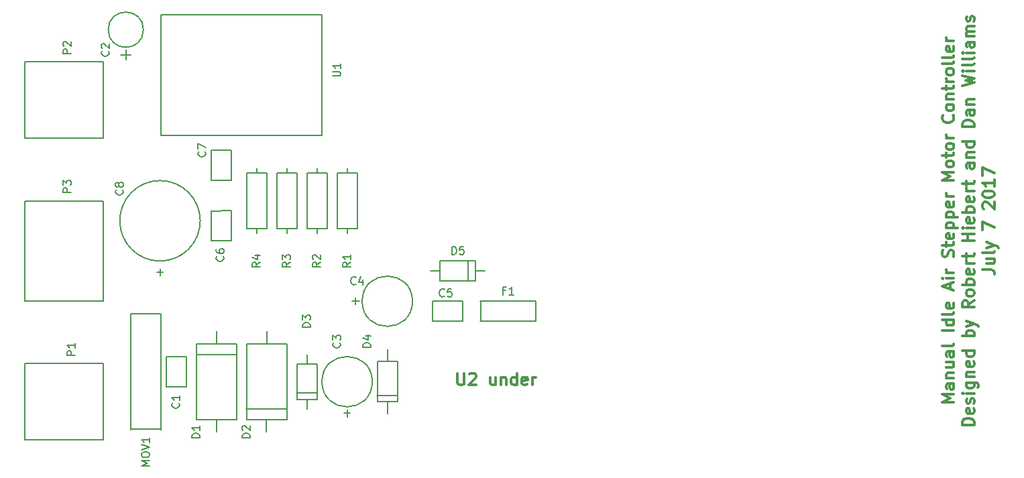
<source format=gbr>
G04 #@! TF.FileFunction,Legend,Top*
%FSLAX46Y46*%
G04 Gerber Fmt 4.6, Leading zero omitted, Abs format (unit mm)*
G04 Created by KiCad (PCBNEW 4.0.4-stable) date 07/19/17 07:42:17*
%MOMM*%
%LPD*%
G01*
G04 APERTURE LIST*
%ADD10C,0.100000*%
%ADD11C,0.300000*%
%ADD12C,0.150000*%
G04 APERTURE END LIST*
D10*
D11*
X158718858Y-99254571D02*
X158718858Y-100468857D01*
X158790286Y-100611714D01*
X158861715Y-100683143D01*
X159004572Y-100754571D01*
X159290286Y-100754571D01*
X159433144Y-100683143D01*
X159504572Y-100611714D01*
X159576001Y-100468857D01*
X159576001Y-99254571D01*
X160218858Y-99397429D02*
X160290287Y-99326000D01*
X160433144Y-99254571D01*
X160790287Y-99254571D01*
X160933144Y-99326000D01*
X161004573Y-99397429D01*
X161076001Y-99540286D01*
X161076001Y-99683143D01*
X161004573Y-99897429D01*
X160147430Y-100754571D01*
X161076001Y-100754571D01*
X163504572Y-99754571D02*
X163504572Y-100754571D01*
X162861715Y-99754571D02*
X162861715Y-100540286D01*
X162933143Y-100683143D01*
X163076001Y-100754571D01*
X163290286Y-100754571D01*
X163433143Y-100683143D01*
X163504572Y-100611714D01*
X164218858Y-99754571D02*
X164218858Y-100754571D01*
X164218858Y-99897429D02*
X164290286Y-99826000D01*
X164433144Y-99754571D01*
X164647429Y-99754571D01*
X164790286Y-99826000D01*
X164861715Y-99968857D01*
X164861715Y-100754571D01*
X166218858Y-100754571D02*
X166218858Y-99254571D01*
X166218858Y-100683143D02*
X166076001Y-100754571D01*
X165790287Y-100754571D01*
X165647429Y-100683143D01*
X165576001Y-100611714D01*
X165504572Y-100468857D01*
X165504572Y-100040286D01*
X165576001Y-99897429D01*
X165647429Y-99826000D01*
X165790287Y-99754571D01*
X166076001Y-99754571D01*
X166218858Y-99826000D01*
X167504572Y-100683143D02*
X167361715Y-100754571D01*
X167076001Y-100754571D01*
X166933144Y-100683143D01*
X166861715Y-100540286D01*
X166861715Y-99968857D01*
X166933144Y-99826000D01*
X167076001Y-99754571D01*
X167361715Y-99754571D01*
X167504572Y-99826000D01*
X167576001Y-99968857D01*
X167576001Y-100111714D01*
X166861715Y-100254571D01*
X168218858Y-100754571D02*
X168218858Y-99754571D01*
X168218858Y-100040286D02*
X168290286Y-99897429D01*
X168361715Y-99826000D01*
X168504572Y-99754571D01*
X168647429Y-99754571D01*
X221394571Y-102938570D02*
X219894571Y-102938570D01*
X220966000Y-102438570D01*
X219894571Y-101938570D01*
X221394571Y-101938570D01*
X221394571Y-100581427D02*
X220608857Y-100581427D01*
X220466000Y-100652856D01*
X220394571Y-100795713D01*
X220394571Y-101081427D01*
X220466000Y-101224284D01*
X221323143Y-100581427D02*
X221394571Y-100724284D01*
X221394571Y-101081427D01*
X221323143Y-101224284D01*
X221180286Y-101295713D01*
X221037429Y-101295713D01*
X220894571Y-101224284D01*
X220823143Y-101081427D01*
X220823143Y-100724284D01*
X220751714Y-100581427D01*
X220394571Y-99867141D02*
X221394571Y-99867141D01*
X220537429Y-99867141D02*
X220466000Y-99795713D01*
X220394571Y-99652855D01*
X220394571Y-99438570D01*
X220466000Y-99295713D01*
X220608857Y-99224284D01*
X221394571Y-99224284D01*
X220394571Y-97867141D02*
X221394571Y-97867141D01*
X220394571Y-98509998D02*
X221180286Y-98509998D01*
X221323143Y-98438570D01*
X221394571Y-98295712D01*
X221394571Y-98081427D01*
X221323143Y-97938570D01*
X221251714Y-97867141D01*
X221394571Y-96509998D02*
X220608857Y-96509998D01*
X220466000Y-96581427D01*
X220394571Y-96724284D01*
X220394571Y-97009998D01*
X220466000Y-97152855D01*
X221323143Y-96509998D02*
X221394571Y-96652855D01*
X221394571Y-97009998D01*
X221323143Y-97152855D01*
X221180286Y-97224284D01*
X221037429Y-97224284D01*
X220894571Y-97152855D01*
X220823143Y-97009998D01*
X220823143Y-96652855D01*
X220751714Y-96509998D01*
X221394571Y-95581426D02*
X221323143Y-95724284D01*
X221180286Y-95795712D01*
X219894571Y-95795712D01*
X221394571Y-93867141D02*
X219894571Y-93867141D01*
X221394571Y-92509998D02*
X219894571Y-92509998D01*
X221323143Y-92509998D02*
X221394571Y-92652855D01*
X221394571Y-92938569D01*
X221323143Y-93081427D01*
X221251714Y-93152855D01*
X221108857Y-93224284D01*
X220680286Y-93224284D01*
X220537429Y-93152855D01*
X220466000Y-93081427D01*
X220394571Y-92938569D01*
X220394571Y-92652855D01*
X220466000Y-92509998D01*
X221394571Y-91581426D02*
X221323143Y-91724284D01*
X221180286Y-91795712D01*
X219894571Y-91795712D01*
X221323143Y-90438570D02*
X221394571Y-90581427D01*
X221394571Y-90867141D01*
X221323143Y-91009998D01*
X221180286Y-91081427D01*
X220608857Y-91081427D01*
X220466000Y-91009998D01*
X220394571Y-90867141D01*
X220394571Y-90581427D01*
X220466000Y-90438570D01*
X220608857Y-90367141D01*
X220751714Y-90367141D01*
X220894571Y-91081427D01*
X220966000Y-88652856D02*
X220966000Y-87938570D01*
X221394571Y-88795713D02*
X219894571Y-88295713D01*
X221394571Y-87795713D01*
X221394571Y-87295713D02*
X220394571Y-87295713D01*
X219894571Y-87295713D02*
X219966000Y-87367142D01*
X220037429Y-87295713D01*
X219966000Y-87224285D01*
X219894571Y-87295713D01*
X220037429Y-87295713D01*
X221394571Y-86581427D02*
X220394571Y-86581427D01*
X220680286Y-86581427D02*
X220537429Y-86509999D01*
X220466000Y-86438570D01*
X220394571Y-86295713D01*
X220394571Y-86152856D01*
X221323143Y-84581428D02*
X221394571Y-84367142D01*
X221394571Y-84009999D01*
X221323143Y-83867142D01*
X221251714Y-83795713D01*
X221108857Y-83724285D01*
X220966000Y-83724285D01*
X220823143Y-83795713D01*
X220751714Y-83867142D01*
X220680286Y-84009999D01*
X220608857Y-84295713D01*
X220537429Y-84438571D01*
X220466000Y-84509999D01*
X220323143Y-84581428D01*
X220180286Y-84581428D01*
X220037429Y-84509999D01*
X219966000Y-84438571D01*
X219894571Y-84295713D01*
X219894571Y-83938571D01*
X219966000Y-83724285D01*
X220394571Y-83295714D02*
X220394571Y-82724285D01*
X219894571Y-83081428D02*
X221180286Y-83081428D01*
X221323143Y-83010000D01*
X221394571Y-82867142D01*
X221394571Y-82724285D01*
X221323143Y-81652857D02*
X221394571Y-81795714D01*
X221394571Y-82081428D01*
X221323143Y-82224285D01*
X221180286Y-82295714D01*
X220608857Y-82295714D01*
X220466000Y-82224285D01*
X220394571Y-82081428D01*
X220394571Y-81795714D01*
X220466000Y-81652857D01*
X220608857Y-81581428D01*
X220751714Y-81581428D01*
X220894571Y-82295714D01*
X220394571Y-80938571D02*
X221894571Y-80938571D01*
X220466000Y-80938571D02*
X220394571Y-80795714D01*
X220394571Y-80510000D01*
X220466000Y-80367143D01*
X220537429Y-80295714D01*
X220680286Y-80224285D01*
X221108857Y-80224285D01*
X221251714Y-80295714D01*
X221323143Y-80367143D01*
X221394571Y-80510000D01*
X221394571Y-80795714D01*
X221323143Y-80938571D01*
X220394571Y-79581428D02*
X221894571Y-79581428D01*
X220466000Y-79581428D02*
X220394571Y-79438571D01*
X220394571Y-79152857D01*
X220466000Y-79010000D01*
X220537429Y-78938571D01*
X220680286Y-78867142D01*
X221108857Y-78867142D01*
X221251714Y-78938571D01*
X221323143Y-79010000D01*
X221394571Y-79152857D01*
X221394571Y-79438571D01*
X221323143Y-79581428D01*
X221323143Y-77652857D02*
X221394571Y-77795714D01*
X221394571Y-78081428D01*
X221323143Y-78224285D01*
X221180286Y-78295714D01*
X220608857Y-78295714D01*
X220466000Y-78224285D01*
X220394571Y-78081428D01*
X220394571Y-77795714D01*
X220466000Y-77652857D01*
X220608857Y-77581428D01*
X220751714Y-77581428D01*
X220894571Y-78295714D01*
X221394571Y-76938571D02*
X220394571Y-76938571D01*
X220680286Y-76938571D02*
X220537429Y-76867143D01*
X220466000Y-76795714D01*
X220394571Y-76652857D01*
X220394571Y-76510000D01*
X221394571Y-74867143D02*
X219894571Y-74867143D01*
X220966000Y-74367143D01*
X219894571Y-73867143D01*
X221394571Y-73867143D01*
X221394571Y-72938571D02*
X221323143Y-73081429D01*
X221251714Y-73152857D01*
X221108857Y-73224286D01*
X220680286Y-73224286D01*
X220537429Y-73152857D01*
X220466000Y-73081429D01*
X220394571Y-72938571D01*
X220394571Y-72724286D01*
X220466000Y-72581429D01*
X220537429Y-72510000D01*
X220680286Y-72438571D01*
X221108857Y-72438571D01*
X221251714Y-72510000D01*
X221323143Y-72581429D01*
X221394571Y-72724286D01*
X221394571Y-72938571D01*
X220394571Y-72010000D02*
X220394571Y-71438571D01*
X219894571Y-71795714D02*
X221180286Y-71795714D01*
X221323143Y-71724286D01*
X221394571Y-71581428D01*
X221394571Y-71438571D01*
X221394571Y-70724285D02*
X221323143Y-70867143D01*
X221251714Y-70938571D01*
X221108857Y-71010000D01*
X220680286Y-71010000D01*
X220537429Y-70938571D01*
X220466000Y-70867143D01*
X220394571Y-70724285D01*
X220394571Y-70510000D01*
X220466000Y-70367143D01*
X220537429Y-70295714D01*
X220680286Y-70224285D01*
X221108857Y-70224285D01*
X221251714Y-70295714D01*
X221323143Y-70367143D01*
X221394571Y-70510000D01*
X221394571Y-70724285D01*
X221394571Y-69581428D02*
X220394571Y-69581428D01*
X220680286Y-69581428D02*
X220537429Y-69510000D01*
X220466000Y-69438571D01*
X220394571Y-69295714D01*
X220394571Y-69152857D01*
X221251714Y-66652857D02*
X221323143Y-66724286D01*
X221394571Y-66938572D01*
X221394571Y-67081429D01*
X221323143Y-67295714D01*
X221180286Y-67438572D01*
X221037429Y-67510000D01*
X220751714Y-67581429D01*
X220537429Y-67581429D01*
X220251714Y-67510000D01*
X220108857Y-67438572D01*
X219966000Y-67295714D01*
X219894571Y-67081429D01*
X219894571Y-66938572D01*
X219966000Y-66724286D01*
X220037429Y-66652857D01*
X221394571Y-65795714D02*
X221323143Y-65938572D01*
X221251714Y-66010000D01*
X221108857Y-66081429D01*
X220680286Y-66081429D01*
X220537429Y-66010000D01*
X220466000Y-65938572D01*
X220394571Y-65795714D01*
X220394571Y-65581429D01*
X220466000Y-65438572D01*
X220537429Y-65367143D01*
X220680286Y-65295714D01*
X221108857Y-65295714D01*
X221251714Y-65367143D01*
X221323143Y-65438572D01*
X221394571Y-65581429D01*
X221394571Y-65795714D01*
X220394571Y-64652857D02*
X221394571Y-64652857D01*
X220537429Y-64652857D02*
X220466000Y-64581429D01*
X220394571Y-64438571D01*
X220394571Y-64224286D01*
X220466000Y-64081429D01*
X220608857Y-64010000D01*
X221394571Y-64010000D01*
X220394571Y-63510000D02*
X220394571Y-62938571D01*
X219894571Y-63295714D02*
X221180286Y-63295714D01*
X221323143Y-63224286D01*
X221394571Y-63081428D01*
X221394571Y-62938571D01*
X221394571Y-62438571D02*
X220394571Y-62438571D01*
X220680286Y-62438571D02*
X220537429Y-62367143D01*
X220466000Y-62295714D01*
X220394571Y-62152857D01*
X220394571Y-62010000D01*
X221394571Y-61295714D02*
X221323143Y-61438572D01*
X221251714Y-61510000D01*
X221108857Y-61581429D01*
X220680286Y-61581429D01*
X220537429Y-61510000D01*
X220466000Y-61438572D01*
X220394571Y-61295714D01*
X220394571Y-61081429D01*
X220466000Y-60938572D01*
X220537429Y-60867143D01*
X220680286Y-60795714D01*
X221108857Y-60795714D01*
X221251714Y-60867143D01*
X221323143Y-60938572D01*
X221394571Y-61081429D01*
X221394571Y-61295714D01*
X221394571Y-59938571D02*
X221323143Y-60081429D01*
X221180286Y-60152857D01*
X219894571Y-60152857D01*
X221394571Y-59152857D02*
X221323143Y-59295715D01*
X221180286Y-59367143D01*
X219894571Y-59367143D01*
X221323143Y-58010001D02*
X221394571Y-58152858D01*
X221394571Y-58438572D01*
X221323143Y-58581429D01*
X221180286Y-58652858D01*
X220608857Y-58652858D01*
X220466000Y-58581429D01*
X220394571Y-58438572D01*
X220394571Y-58152858D01*
X220466000Y-58010001D01*
X220608857Y-57938572D01*
X220751714Y-57938572D01*
X220894571Y-58652858D01*
X221394571Y-57295715D02*
X220394571Y-57295715D01*
X220680286Y-57295715D02*
X220537429Y-57224287D01*
X220466000Y-57152858D01*
X220394571Y-57010001D01*
X220394571Y-56867144D01*
X223944571Y-105795714D02*
X222444571Y-105795714D01*
X222444571Y-105438571D01*
X222516000Y-105224286D01*
X222658857Y-105081428D01*
X222801714Y-105010000D01*
X223087429Y-104938571D01*
X223301714Y-104938571D01*
X223587429Y-105010000D01*
X223730286Y-105081428D01*
X223873143Y-105224286D01*
X223944571Y-105438571D01*
X223944571Y-105795714D01*
X223873143Y-103724286D02*
X223944571Y-103867143D01*
X223944571Y-104152857D01*
X223873143Y-104295714D01*
X223730286Y-104367143D01*
X223158857Y-104367143D01*
X223016000Y-104295714D01*
X222944571Y-104152857D01*
X222944571Y-103867143D01*
X223016000Y-103724286D01*
X223158857Y-103652857D01*
X223301714Y-103652857D01*
X223444571Y-104367143D01*
X223873143Y-103081429D02*
X223944571Y-102938572D01*
X223944571Y-102652857D01*
X223873143Y-102510000D01*
X223730286Y-102438572D01*
X223658857Y-102438572D01*
X223516000Y-102510000D01*
X223444571Y-102652857D01*
X223444571Y-102867143D01*
X223373143Y-103010000D01*
X223230286Y-103081429D01*
X223158857Y-103081429D01*
X223016000Y-103010000D01*
X222944571Y-102867143D01*
X222944571Y-102652857D01*
X223016000Y-102510000D01*
X223944571Y-101795714D02*
X222944571Y-101795714D01*
X222444571Y-101795714D02*
X222516000Y-101867143D01*
X222587429Y-101795714D01*
X222516000Y-101724286D01*
X222444571Y-101795714D01*
X222587429Y-101795714D01*
X222944571Y-100438571D02*
X224158857Y-100438571D01*
X224301714Y-100510000D01*
X224373143Y-100581428D01*
X224444571Y-100724285D01*
X224444571Y-100938571D01*
X224373143Y-101081428D01*
X223873143Y-100438571D02*
X223944571Y-100581428D01*
X223944571Y-100867142D01*
X223873143Y-101010000D01*
X223801714Y-101081428D01*
X223658857Y-101152857D01*
X223230286Y-101152857D01*
X223087429Y-101081428D01*
X223016000Y-101010000D01*
X222944571Y-100867142D01*
X222944571Y-100581428D01*
X223016000Y-100438571D01*
X222944571Y-99724285D02*
X223944571Y-99724285D01*
X223087429Y-99724285D02*
X223016000Y-99652857D01*
X222944571Y-99509999D01*
X222944571Y-99295714D01*
X223016000Y-99152857D01*
X223158857Y-99081428D01*
X223944571Y-99081428D01*
X223873143Y-97795714D02*
X223944571Y-97938571D01*
X223944571Y-98224285D01*
X223873143Y-98367142D01*
X223730286Y-98438571D01*
X223158857Y-98438571D01*
X223016000Y-98367142D01*
X222944571Y-98224285D01*
X222944571Y-97938571D01*
X223016000Y-97795714D01*
X223158857Y-97724285D01*
X223301714Y-97724285D01*
X223444571Y-98438571D01*
X223944571Y-96438571D02*
X222444571Y-96438571D01*
X223873143Y-96438571D02*
X223944571Y-96581428D01*
X223944571Y-96867142D01*
X223873143Y-97010000D01*
X223801714Y-97081428D01*
X223658857Y-97152857D01*
X223230286Y-97152857D01*
X223087429Y-97081428D01*
X223016000Y-97010000D01*
X222944571Y-96867142D01*
X222944571Y-96581428D01*
X223016000Y-96438571D01*
X223944571Y-94581428D02*
X222444571Y-94581428D01*
X223016000Y-94581428D02*
X222944571Y-94438571D01*
X222944571Y-94152857D01*
X223016000Y-94010000D01*
X223087429Y-93938571D01*
X223230286Y-93867142D01*
X223658857Y-93867142D01*
X223801714Y-93938571D01*
X223873143Y-94010000D01*
X223944571Y-94152857D01*
X223944571Y-94438571D01*
X223873143Y-94581428D01*
X222944571Y-93367142D02*
X223944571Y-93009999D01*
X222944571Y-92652857D02*
X223944571Y-93009999D01*
X224301714Y-93152857D01*
X224373143Y-93224285D01*
X224444571Y-93367142D01*
X223944571Y-90081428D02*
X223230286Y-90581428D01*
X223944571Y-90938571D02*
X222444571Y-90938571D01*
X222444571Y-90367143D01*
X222516000Y-90224285D01*
X222587429Y-90152857D01*
X222730286Y-90081428D01*
X222944571Y-90081428D01*
X223087429Y-90152857D01*
X223158857Y-90224285D01*
X223230286Y-90367143D01*
X223230286Y-90938571D01*
X223944571Y-89224285D02*
X223873143Y-89367143D01*
X223801714Y-89438571D01*
X223658857Y-89510000D01*
X223230286Y-89510000D01*
X223087429Y-89438571D01*
X223016000Y-89367143D01*
X222944571Y-89224285D01*
X222944571Y-89010000D01*
X223016000Y-88867143D01*
X223087429Y-88795714D01*
X223230286Y-88724285D01*
X223658857Y-88724285D01*
X223801714Y-88795714D01*
X223873143Y-88867143D01*
X223944571Y-89010000D01*
X223944571Y-89224285D01*
X223944571Y-88081428D02*
X222444571Y-88081428D01*
X223016000Y-88081428D02*
X222944571Y-87938571D01*
X222944571Y-87652857D01*
X223016000Y-87510000D01*
X223087429Y-87438571D01*
X223230286Y-87367142D01*
X223658857Y-87367142D01*
X223801714Y-87438571D01*
X223873143Y-87510000D01*
X223944571Y-87652857D01*
X223944571Y-87938571D01*
X223873143Y-88081428D01*
X223873143Y-86152857D02*
X223944571Y-86295714D01*
X223944571Y-86581428D01*
X223873143Y-86724285D01*
X223730286Y-86795714D01*
X223158857Y-86795714D01*
X223016000Y-86724285D01*
X222944571Y-86581428D01*
X222944571Y-86295714D01*
X223016000Y-86152857D01*
X223158857Y-86081428D01*
X223301714Y-86081428D01*
X223444571Y-86795714D01*
X223944571Y-85438571D02*
X222944571Y-85438571D01*
X223230286Y-85438571D02*
X223087429Y-85367143D01*
X223016000Y-85295714D01*
X222944571Y-85152857D01*
X222944571Y-85010000D01*
X222944571Y-84724286D02*
X222944571Y-84152857D01*
X222444571Y-84510000D02*
X223730286Y-84510000D01*
X223873143Y-84438572D01*
X223944571Y-84295714D01*
X223944571Y-84152857D01*
X223944571Y-82510000D02*
X222444571Y-82510000D01*
X223158857Y-82510000D02*
X223158857Y-81652857D01*
X223944571Y-81652857D02*
X222444571Y-81652857D01*
X223944571Y-80938571D02*
X222944571Y-80938571D01*
X222444571Y-80938571D02*
X222516000Y-81010000D01*
X222587429Y-80938571D01*
X222516000Y-80867143D01*
X222444571Y-80938571D01*
X222587429Y-80938571D01*
X223873143Y-79652857D02*
X223944571Y-79795714D01*
X223944571Y-80081428D01*
X223873143Y-80224285D01*
X223730286Y-80295714D01*
X223158857Y-80295714D01*
X223016000Y-80224285D01*
X222944571Y-80081428D01*
X222944571Y-79795714D01*
X223016000Y-79652857D01*
X223158857Y-79581428D01*
X223301714Y-79581428D01*
X223444571Y-80295714D01*
X223944571Y-78938571D02*
X222444571Y-78938571D01*
X223016000Y-78938571D02*
X222944571Y-78795714D01*
X222944571Y-78510000D01*
X223016000Y-78367143D01*
X223087429Y-78295714D01*
X223230286Y-78224285D01*
X223658857Y-78224285D01*
X223801714Y-78295714D01*
X223873143Y-78367143D01*
X223944571Y-78510000D01*
X223944571Y-78795714D01*
X223873143Y-78938571D01*
X223873143Y-77010000D02*
X223944571Y-77152857D01*
X223944571Y-77438571D01*
X223873143Y-77581428D01*
X223730286Y-77652857D01*
X223158857Y-77652857D01*
X223016000Y-77581428D01*
X222944571Y-77438571D01*
X222944571Y-77152857D01*
X223016000Y-77010000D01*
X223158857Y-76938571D01*
X223301714Y-76938571D01*
X223444571Y-77652857D01*
X223944571Y-76295714D02*
X222944571Y-76295714D01*
X223230286Y-76295714D02*
X223087429Y-76224286D01*
X223016000Y-76152857D01*
X222944571Y-76010000D01*
X222944571Y-75867143D01*
X222944571Y-75581429D02*
X222944571Y-75010000D01*
X222444571Y-75367143D02*
X223730286Y-75367143D01*
X223873143Y-75295715D01*
X223944571Y-75152857D01*
X223944571Y-75010000D01*
X223944571Y-72724286D02*
X223158857Y-72724286D01*
X223016000Y-72795715D01*
X222944571Y-72938572D01*
X222944571Y-73224286D01*
X223016000Y-73367143D01*
X223873143Y-72724286D02*
X223944571Y-72867143D01*
X223944571Y-73224286D01*
X223873143Y-73367143D01*
X223730286Y-73438572D01*
X223587429Y-73438572D01*
X223444571Y-73367143D01*
X223373143Y-73224286D01*
X223373143Y-72867143D01*
X223301714Y-72724286D01*
X222944571Y-72010000D02*
X223944571Y-72010000D01*
X223087429Y-72010000D02*
X223016000Y-71938572D01*
X222944571Y-71795714D01*
X222944571Y-71581429D01*
X223016000Y-71438572D01*
X223158857Y-71367143D01*
X223944571Y-71367143D01*
X223944571Y-70010000D02*
X222444571Y-70010000D01*
X223873143Y-70010000D02*
X223944571Y-70152857D01*
X223944571Y-70438571D01*
X223873143Y-70581429D01*
X223801714Y-70652857D01*
X223658857Y-70724286D01*
X223230286Y-70724286D01*
X223087429Y-70652857D01*
X223016000Y-70581429D01*
X222944571Y-70438571D01*
X222944571Y-70152857D01*
X223016000Y-70010000D01*
X223944571Y-68152857D02*
X222444571Y-68152857D01*
X222444571Y-67795714D01*
X222516000Y-67581429D01*
X222658857Y-67438571D01*
X222801714Y-67367143D01*
X223087429Y-67295714D01*
X223301714Y-67295714D01*
X223587429Y-67367143D01*
X223730286Y-67438571D01*
X223873143Y-67581429D01*
X223944571Y-67795714D01*
X223944571Y-68152857D01*
X223944571Y-66010000D02*
X223158857Y-66010000D01*
X223016000Y-66081429D01*
X222944571Y-66224286D01*
X222944571Y-66510000D01*
X223016000Y-66652857D01*
X223873143Y-66010000D02*
X223944571Y-66152857D01*
X223944571Y-66510000D01*
X223873143Y-66652857D01*
X223730286Y-66724286D01*
X223587429Y-66724286D01*
X223444571Y-66652857D01*
X223373143Y-66510000D01*
X223373143Y-66152857D01*
X223301714Y-66010000D01*
X222944571Y-65295714D02*
X223944571Y-65295714D01*
X223087429Y-65295714D02*
X223016000Y-65224286D01*
X222944571Y-65081428D01*
X222944571Y-64867143D01*
X223016000Y-64724286D01*
X223158857Y-64652857D01*
X223944571Y-64652857D01*
X222444571Y-62938571D02*
X223944571Y-62581428D01*
X222873143Y-62295714D01*
X223944571Y-62010000D01*
X222444571Y-61652857D01*
X223944571Y-61081428D02*
X222944571Y-61081428D01*
X222444571Y-61081428D02*
X222516000Y-61152857D01*
X222587429Y-61081428D01*
X222516000Y-61010000D01*
X222444571Y-61081428D01*
X222587429Y-61081428D01*
X223944571Y-60152856D02*
X223873143Y-60295714D01*
X223730286Y-60367142D01*
X222444571Y-60367142D01*
X223944571Y-59367142D02*
X223873143Y-59510000D01*
X223730286Y-59581428D01*
X222444571Y-59581428D01*
X223944571Y-58795714D02*
X222944571Y-58795714D01*
X222444571Y-58795714D02*
X222516000Y-58867143D01*
X222587429Y-58795714D01*
X222516000Y-58724286D01*
X222444571Y-58795714D01*
X222587429Y-58795714D01*
X223944571Y-57438571D02*
X223158857Y-57438571D01*
X223016000Y-57510000D01*
X222944571Y-57652857D01*
X222944571Y-57938571D01*
X223016000Y-58081428D01*
X223873143Y-57438571D02*
X223944571Y-57581428D01*
X223944571Y-57938571D01*
X223873143Y-58081428D01*
X223730286Y-58152857D01*
X223587429Y-58152857D01*
X223444571Y-58081428D01*
X223373143Y-57938571D01*
X223373143Y-57581428D01*
X223301714Y-57438571D01*
X223944571Y-56724285D02*
X222944571Y-56724285D01*
X223087429Y-56724285D02*
X223016000Y-56652857D01*
X222944571Y-56509999D01*
X222944571Y-56295714D01*
X223016000Y-56152857D01*
X223158857Y-56081428D01*
X223944571Y-56081428D01*
X223158857Y-56081428D02*
X223016000Y-56009999D01*
X222944571Y-55867142D01*
X222944571Y-55652857D01*
X223016000Y-55509999D01*
X223158857Y-55438571D01*
X223944571Y-55438571D01*
X223873143Y-54795714D02*
X223944571Y-54652857D01*
X223944571Y-54367142D01*
X223873143Y-54224285D01*
X223730286Y-54152857D01*
X223658857Y-54152857D01*
X223516000Y-54224285D01*
X223444571Y-54367142D01*
X223444571Y-54581428D01*
X223373143Y-54724285D01*
X223230286Y-54795714D01*
X223158857Y-54795714D01*
X223016000Y-54724285D01*
X222944571Y-54581428D01*
X222944571Y-54367142D01*
X223016000Y-54224285D01*
X224994571Y-86152856D02*
X226066000Y-86152856D01*
X226280286Y-86224284D01*
X226423143Y-86367141D01*
X226494571Y-86581427D01*
X226494571Y-86724284D01*
X225494571Y-84795713D02*
X226494571Y-84795713D01*
X225494571Y-85438570D02*
X226280286Y-85438570D01*
X226423143Y-85367142D01*
X226494571Y-85224284D01*
X226494571Y-85009999D01*
X226423143Y-84867142D01*
X226351714Y-84795713D01*
X226494571Y-83867141D02*
X226423143Y-84009999D01*
X226280286Y-84081427D01*
X224994571Y-84081427D01*
X225494571Y-83438570D02*
X226494571Y-83081427D01*
X225494571Y-82724285D02*
X226494571Y-83081427D01*
X226851714Y-83224285D01*
X226923143Y-83295713D01*
X226994571Y-83438570D01*
X224994571Y-81152856D02*
X224994571Y-80152856D01*
X226494571Y-80795713D01*
X225137429Y-78510000D02*
X225066000Y-78438571D01*
X224994571Y-78295714D01*
X224994571Y-77938571D01*
X225066000Y-77795714D01*
X225137429Y-77724285D01*
X225280286Y-77652857D01*
X225423143Y-77652857D01*
X225637429Y-77724285D01*
X226494571Y-78581428D01*
X226494571Y-77652857D01*
X224994571Y-76724286D02*
X224994571Y-76581429D01*
X225066000Y-76438572D01*
X225137429Y-76367143D01*
X225280286Y-76295714D01*
X225566000Y-76224286D01*
X225923143Y-76224286D01*
X226208857Y-76295714D01*
X226351714Y-76367143D01*
X226423143Y-76438572D01*
X226494571Y-76581429D01*
X226494571Y-76724286D01*
X226423143Y-76867143D01*
X226351714Y-76938572D01*
X226208857Y-77010000D01*
X225923143Y-77081429D01*
X225566000Y-77081429D01*
X225280286Y-77010000D01*
X225137429Y-76938572D01*
X225066000Y-76867143D01*
X224994571Y-76724286D01*
X226494571Y-74795715D02*
X226494571Y-75652858D01*
X226494571Y-75224286D02*
X224994571Y-75224286D01*
X225208857Y-75367143D01*
X225351714Y-75510001D01*
X225423143Y-75652858D01*
X224994571Y-74295715D02*
X224994571Y-73295715D01*
X226494571Y-73938572D01*
D12*
X114010000Y-77495000D02*
X104110000Y-77495000D01*
X114010000Y-90145000D02*
X104110000Y-90145000D01*
X114010000Y-77495000D02*
X114010000Y-90145000D01*
X104110000Y-77495000D02*
X104110000Y-90145000D01*
X114010000Y-59945000D02*
X104110000Y-59945000D01*
X114010000Y-69595000D02*
X104110000Y-69560000D01*
X114010000Y-59945000D02*
X114010000Y-69595000D01*
X104110000Y-59945000D02*
X104110000Y-69595000D01*
X114010000Y-98045000D02*
X104110000Y-98045000D01*
X114010000Y-107695000D02*
X104110000Y-107660000D01*
X114010000Y-98045000D02*
X114010000Y-107695000D01*
X104110000Y-98045000D02*
X104110000Y-107695000D01*
X160080000Y-87640000D02*
X160080000Y-85090000D01*
X160970000Y-86350000D02*
X162200000Y-86350000D01*
X156530000Y-86360000D02*
X155320000Y-86350000D01*
X160972500Y-87630000D02*
X160972500Y-85090000D01*
X156527500Y-87630000D02*
X156527500Y-85090000D01*
X160972500Y-85090000D02*
X156527500Y-85090000D01*
X160972500Y-87630000D02*
X156527500Y-87630000D01*
X138410000Y-101760000D02*
X140960000Y-101780000D01*
X139710000Y-102550000D02*
X139710000Y-103780000D01*
X139700000Y-98110000D02*
X139710000Y-96900000D01*
X138430000Y-102552500D02*
X140970000Y-102552500D01*
X138430000Y-98107500D02*
X140970000Y-98107500D01*
X140970000Y-102552500D02*
X140970000Y-98107500D01*
X138430000Y-102552500D02*
X138430000Y-98107500D01*
X124460000Y-100960000D02*
X121920000Y-100960000D01*
X124470000Y-97150000D02*
X121930000Y-97170000D01*
X124460000Y-97155000D02*
X124460000Y-100965000D01*
X121920000Y-97155000D02*
X121920000Y-100965000D01*
X116840000Y-59055000D02*
X116205000Y-59055000D01*
X116840000Y-59055000D02*
X117475000Y-59055000D01*
X116840000Y-58420000D02*
X116840000Y-59690000D01*
X119062500Y-55880000D02*
G75*
G03X119062500Y-55880000I-2222500J0D01*
G01*
X144350000Y-104317800D02*
X145180000Y-104317800D01*
X144780000Y-104370000D02*
X144780000Y-104760000D01*
X144780000Y-103886000D02*
X144780000Y-104140000D01*
X144780000Y-103886000D02*
X144780000Y-104394000D01*
X147955000Y-100330000D02*
G75*
G03X147955000Y-100330000I-3175000J0D01*
G01*
X145872200Y-89740000D02*
X145872200Y-90570000D01*
X145820000Y-90170000D02*
X145430000Y-90170000D01*
X146304000Y-90170000D02*
X146050000Y-90170000D01*
X146304000Y-90170000D02*
X145796000Y-90170000D01*
X153035000Y-90170000D02*
G75*
G03X153035000Y-90170000I-3175000J0D01*
G01*
X155580000Y-92710000D02*
X155580000Y-90170000D01*
X159390000Y-92720000D02*
X159370000Y-90180000D01*
X159385000Y-92710000D02*
X155575000Y-92710000D01*
X159385000Y-90170000D02*
X155575000Y-90170000D01*
X130175000Y-82545000D02*
X127635000Y-82545000D01*
X130185000Y-78735000D02*
X127645000Y-78755000D01*
X130175000Y-78740000D02*
X130175000Y-82550000D01*
X127635000Y-78740000D02*
X127635000Y-82550000D01*
X127635000Y-71125000D02*
X130175000Y-71125000D01*
X127625000Y-74935000D02*
X130165000Y-74915000D01*
X127635000Y-74930000D02*
X127635000Y-71120000D01*
X130175000Y-74930000D02*
X130175000Y-71120000D01*
X120728000Y-86507800D02*
X121558000Y-86507800D01*
X121158000Y-86560000D02*
X121158000Y-86950000D01*
X121158000Y-86076000D02*
X121158000Y-86330000D01*
X121158000Y-86076000D02*
X121158000Y-86584000D01*
X126238000Y-80010000D02*
G75*
G03X126238000Y-80010000I-5080000J0D01*
G01*
X128280000Y-95570000D02*
X128280000Y-93980000D01*
X128270000Y-105090000D02*
X128270000Y-106690000D01*
X130820000Y-96910000D02*
X125740000Y-96910000D01*
X130810000Y-95567500D02*
X125730000Y-95567500D01*
X130810000Y-105092500D02*
X125730000Y-105092500D01*
X125730000Y-95567500D02*
X125730000Y-105092500D01*
X130810000Y-95567500D02*
X130810000Y-105092500D01*
X134610000Y-105090000D02*
X134610000Y-106680000D01*
X134620000Y-95570000D02*
X134620000Y-93970000D01*
X132070000Y-103750000D02*
X137150000Y-103750000D01*
X132080000Y-105092500D02*
X137160000Y-105092500D01*
X132080000Y-95567500D02*
X137160000Y-95567500D01*
X137160000Y-105092500D02*
X137160000Y-95567500D01*
X132080000Y-105092500D02*
X132080000Y-95567500D01*
X148580000Y-102110000D02*
X151140000Y-102110000D01*
X149870000Y-102870000D02*
X149870000Y-104330000D01*
X149860000Y-97780000D02*
X149860000Y-96280000D01*
X148590000Y-102870000D02*
X151130000Y-102870000D01*
X148590000Y-97790000D02*
X151130000Y-97790000D01*
X151130000Y-102870000D02*
X151130000Y-97790000D01*
X148590000Y-102870000D02*
X148590000Y-97790000D01*
X161630000Y-90170000D02*
X161630000Y-92720000D01*
X168580000Y-90170000D02*
X168570000Y-92710000D01*
X161607500Y-92710000D02*
X168592500Y-92710000D01*
X161607500Y-90170000D02*
X168592500Y-90170000D01*
X121280000Y-91770000D02*
X117470000Y-91770000D01*
X121290000Y-106330000D02*
X117470000Y-106330000D01*
X117475000Y-91757500D02*
X117475000Y-106362500D01*
X121285000Y-91757500D02*
X121285000Y-106362500D01*
X144780000Y-80970000D02*
X144780000Y-81610000D01*
X144800000Y-73970000D02*
X144800000Y-73350000D01*
X143510000Y-80962500D02*
X146050000Y-80962500D01*
X143510000Y-73977500D02*
X146050000Y-73977500D01*
X146050000Y-80962500D02*
X146050000Y-73977500D01*
X143510000Y-80962500D02*
X143510000Y-73977500D01*
X140970000Y-80970000D02*
X140970000Y-81610000D01*
X140990000Y-73970000D02*
X140990000Y-73350000D01*
X139700000Y-80962500D02*
X142240000Y-80962500D01*
X139700000Y-73977500D02*
X142240000Y-73977500D01*
X142240000Y-80962500D02*
X142240000Y-73977500D01*
X139700000Y-80962500D02*
X139700000Y-73977500D01*
X137160000Y-80970000D02*
X137160000Y-81610000D01*
X137180000Y-73970000D02*
X137180000Y-73350000D01*
X135890000Y-80962500D02*
X138430000Y-80962500D01*
X135890000Y-73977500D02*
X138430000Y-73977500D01*
X138430000Y-80962500D02*
X138430000Y-73977500D01*
X135890000Y-80962500D02*
X135890000Y-73977500D01*
X133350000Y-80970000D02*
X133350000Y-81610000D01*
X133370000Y-73970000D02*
X133370000Y-73350000D01*
X132080000Y-80962500D02*
X134620000Y-80962500D01*
X132080000Y-73977500D02*
X134620000Y-73977500D01*
X134620000Y-80962500D02*
X134620000Y-73977500D01*
X132080000Y-80962500D02*
X132080000Y-73977500D01*
X141605000Y-53975000D02*
X121285000Y-53975000D01*
X141605000Y-69215000D02*
X121285000Y-69215000D01*
X121285000Y-53975000D02*
X121285000Y-69215000D01*
X141605000Y-53975000D02*
X141605000Y-69215000D01*
X109926381Y-76430095D02*
X108926381Y-76430095D01*
X108926381Y-76049142D01*
X108974000Y-75953904D01*
X109021619Y-75906285D01*
X109116857Y-75858666D01*
X109259714Y-75858666D01*
X109354952Y-75906285D01*
X109402571Y-75953904D01*
X109450190Y-76049142D01*
X109450190Y-76430095D01*
X108926381Y-75525333D02*
X108926381Y-74906285D01*
X109307333Y-75239619D01*
X109307333Y-75096761D01*
X109354952Y-75001523D01*
X109402571Y-74953904D01*
X109497810Y-74906285D01*
X109735905Y-74906285D01*
X109831143Y-74953904D01*
X109878762Y-75001523D01*
X109926381Y-75096761D01*
X109926381Y-75382476D01*
X109878762Y-75477714D01*
X109831143Y-75525333D01*
X109926381Y-58904095D02*
X108926381Y-58904095D01*
X108926381Y-58523142D01*
X108974000Y-58427904D01*
X109021619Y-58380285D01*
X109116857Y-58332666D01*
X109259714Y-58332666D01*
X109354952Y-58380285D01*
X109402571Y-58427904D01*
X109450190Y-58523142D01*
X109450190Y-58904095D01*
X109021619Y-57951714D02*
X108974000Y-57904095D01*
X108926381Y-57808857D01*
X108926381Y-57570761D01*
X108974000Y-57475523D01*
X109021619Y-57427904D01*
X109116857Y-57380285D01*
X109212095Y-57380285D01*
X109354952Y-57427904D01*
X109926381Y-57999333D01*
X109926381Y-57380285D01*
X110434381Y-97004095D02*
X109434381Y-97004095D01*
X109434381Y-96623142D01*
X109482000Y-96527904D01*
X109529619Y-96480285D01*
X109624857Y-96432666D01*
X109767714Y-96432666D01*
X109862952Y-96480285D01*
X109910571Y-96527904D01*
X109958190Y-96623142D01*
X109958190Y-97004095D01*
X110434381Y-95480285D02*
X110434381Y-96051714D01*
X110434381Y-95766000D02*
X109434381Y-95766000D01*
X109577238Y-95861238D01*
X109672476Y-95956476D01*
X109720095Y-96051714D01*
X158011905Y-84272381D02*
X158011905Y-83272381D01*
X158250000Y-83272381D01*
X158392858Y-83320000D01*
X158488096Y-83415238D01*
X158535715Y-83510476D01*
X158583334Y-83700952D01*
X158583334Y-83843810D01*
X158535715Y-84034286D01*
X158488096Y-84129524D01*
X158392858Y-84224762D01*
X158250000Y-84272381D01*
X158011905Y-84272381D01*
X159488096Y-83272381D02*
X159011905Y-83272381D01*
X158964286Y-83748571D01*
X159011905Y-83700952D01*
X159107143Y-83653333D01*
X159345239Y-83653333D01*
X159440477Y-83700952D01*
X159488096Y-83748571D01*
X159535715Y-83843810D01*
X159535715Y-84081905D01*
X159488096Y-84177143D01*
X159440477Y-84224762D01*
X159345239Y-84272381D01*
X159107143Y-84272381D01*
X159011905Y-84224762D01*
X158964286Y-84177143D01*
X140152381Y-93448095D02*
X139152381Y-93448095D01*
X139152381Y-93210000D01*
X139200000Y-93067142D01*
X139295238Y-92971904D01*
X139390476Y-92924285D01*
X139580952Y-92876666D01*
X139723810Y-92876666D01*
X139914286Y-92924285D01*
X140009524Y-92971904D01*
X140104762Y-93067142D01*
X140152381Y-93210000D01*
X140152381Y-93448095D01*
X139152381Y-92543333D02*
X139152381Y-91924285D01*
X139533333Y-92257619D01*
X139533333Y-92114761D01*
X139580952Y-92019523D01*
X139628571Y-91971904D01*
X139723810Y-91924285D01*
X139961905Y-91924285D01*
X140057143Y-91971904D01*
X140104762Y-92019523D01*
X140152381Y-92114761D01*
X140152381Y-92400476D01*
X140104762Y-92495714D01*
X140057143Y-92543333D01*
X123547143Y-103036666D02*
X123594762Y-103084285D01*
X123642381Y-103227142D01*
X123642381Y-103322380D01*
X123594762Y-103465238D01*
X123499524Y-103560476D01*
X123404286Y-103608095D01*
X123213810Y-103655714D01*
X123070952Y-103655714D01*
X122880476Y-103608095D01*
X122785238Y-103560476D01*
X122690000Y-103465238D01*
X122642381Y-103322380D01*
X122642381Y-103227142D01*
X122690000Y-103084285D01*
X122737619Y-103036666D01*
X123642381Y-102084285D02*
X123642381Y-102655714D01*
X123642381Y-102370000D02*
X122642381Y-102370000D01*
X122785238Y-102465238D01*
X122880476Y-102560476D01*
X122928095Y-102655714D01*
X114657143Y-58586666D02*
X114704762Y-58634285D01*
X114752381Y-58777142D01*
X114752381Y-58872380D01*
X114704762Y-59015238D01*
X114609524Y-59110476D01*
X114514286Y-59158095D01*
X114323810Y-59205714D01*
X114180952Y-59205714D01*
X113990476Y-59158095D01*
X113895238Y-59110476D01*
X113800000Y-59015238D01*
X113752381Y-58872380D01*
X113752381Y-58777142D01*
X113800000Y-58634285D01*
X113847619Y-58586666D01*
X113847619Y-58205714D02*
X113800000Y-58158095D01*
X113752381Y-58062857D01*
X113752381Y-57824761D01*
X113800000Y-57729523D01*
X113847619Y-57681904D01*
X113942857Y-57634285D01*
X114038095Y-57634285D01*
X114180952Y-57681904D01*
X114752381Y-58253333D01*
X114752381Y-57634285D01*
X143867143Y-95416666D02*
X143914762Y-95464285D01*
X143962381Y-95607142D01*
X143962381Y-95702380D01*
X143914762Y-95845238D01*
X143819524Y-95940476D01*
X143724286Y-95988095D01*
X143533810Y-96035714D01*
X143390952Y-96035714D01*
X143200476Y-95988095D01*
X143105238Y-95940476D01*
X143010000Y-95845238D01*
X142962381Y-95702380D01*
X142962381Y-95607142D01*
X143010000Y-95464285D01*
X143057619Y-95416666D01*
X142962381Y-95083333D02*
X142962381Y-94464285D01*
X143343333Y-94797619D01*
X143343333Y-94654761D01*
X143390952Y-94559523D01*
X143438571Y-94511904D01*
X143533810Y-94464285D01*
X143771905Y-94464285D01*
X143867143Y-94511904D01*
X143914762Y-94559523D01*
X143962381Y-94654761D01*
X143962381Y-94940476D01*
X143914762Y-95035714D01*
X143867143Y-95083333D01*
X145883334Y-87987143D02*
X145835715Y-88034762D01*
X145692858Y-88082381D01*
X145597620Y-88082381D01*
X145454762Y-88034762D01*
X145359524Y-87939524D01*
X145311905Y-87844286D01*
X145264286Y-87653810D01*
X145264286Y-87510952D01*
X145311905Y-87320476D01*
X145359524Y-87225238D01*
X145454762Y-87130000D01*
X145597620Y-87082381D01*
X145692858Y-87082381D01*
X145835715Y-87130000D01*
X145883334Y-87177619D01*
X146740477Y-87415714D02*
X146740477Y-88082381D01*
X146502381Y-87034762D02*
X146264286Y-87749048D01*
X146883334Y-87749048D01*
X157059334Y-89511143D02*
X157011715Y-89558762D01*
X156868858Y-89606381D01*
X156773620Y-89606381D01*
X156630762Y-89558762D01*
X156535524Y-89463524D01*
X156487905Y-89368286D01*
X156440286Y-89177810D01*
X156440286Y-89034952D01*
X156487905Y-88844476D01*
X156535524Y-88749238D01*
X156630762Y-88654000D01*
X156773620Y-88606381D01*
X156868858Y-88606381D01*
X157011715Y-88654000D01*
X157059334Y-88701619D01*
X157964096Y-88606381D02*
X157487905Y-88606381D01*
X157440286Y-89082571D01*
X157487905Y-89034952D01*
X157583143Y-88987333D01*
X157821239Y-88987333D01*
X157916477Y-89034952D01*
X157964096Y-89082571D01*
X158011715Y-89177810D01*
X158011715Y-89415905D01*
X157964096Y-89511143D01*
X157916477Y-89558762D01*
X157821239Y-89606381D01*
X157583143Y-89606381D01*
X157487905Y-89558762D01*
X157440286Y-89511143D01*
X129135143Y-84494666D02*
X129182762Y-84542285D01*
X129230381Y-84685142D01*
X129230381Y-84780380D01*
X129182762Y-84923238D01*
X129087524Y-85018476D01*
X128992286Y-85066095D01*
X128801810Y-85113714D01*
X128658952Y-85113714D01*
X128468476Y-85066095D01*
X128373238Y-85018476D01*
X128278000Y-84923238D01*
X128230381Y-84780380D01*
X128230381Y-84685142D01*
X128278000Y-84542285D01*
X128325619Y-84494666D01*
X128230381Y-83637523D02*
X128230381Y-83828000D01*
X128278000Y-83923238D01*
X128325619Y-83970857D01*
X128468476Y-84066095D01*
X128658952Y-84113714D01*
X129039905Y-84113714D01*
X129135143Y-84066095D01*
X129182762Y-84018476D01*
X129230381Y-83923238D01*
X129230381Y-83732761D01*
X129182762Y-83637523D01*
X129135143Y-83589904D01*
X129039905Y-83542285D01*
X128801810Y-83542285D01*
X128706571Y-83589904D01*
X128658952Y-83637523D01*
X128611333Y-83732761D01*
X128611333Y-83923238D01*
X128658952Y-84018476D01*
X128706571Y-84066095D01*
X128801810Y-84113714D01*
X126849143Y-71286666D02*
X126896762Y-71334285D01*
X126944381Y-71477142D01*
X126944381Y-71572380D01*
X126896762Y-71715238D01*
X126801524Y-71810476D01*
X126706286Y-71858095D01*
X126515810Y-71905714D01*
X126372952Y-71905714D01*
X126182476Y-71858095D01*
X126087238Y-71810476D01*
X125992000Y-71715238D01*
X125944381Y-71572380D01*
X125944381Y-71477142D01*
X125992000Y-71334285D01*
X126039619Y-71286666D01*
X125944381Y-70953333D02*
X125944381Y-70286666D01*
X126944381Y-70715238D01*
X116435143Y-76112666D02*
X116482762Y-76160285D01*
X116530381Y-76303142D01*
X116530381Y-76398380D01*
X116482762Y-76541238D01*
X116387524Y-76636476D01*
X116292286Y-76684095D01*
X116101810Y-76731714D01*
X115958952Y-76731714D01*
X115768476Y-76684095D01*
X115673238Y-76636476D01*
X115578000Y-76541238D01*
X115530381Y-76398380D01*
X115530381Y-76303142D01*
X115578000Y-76160285D01*
X115625619Y-76112666D01*
X115958952Y-75541238D02*
X115911333Y-75636476D01*
X115863714Y-75684095D01*
X115768476Y-75731714D01*
X115720857Y-75731714D01*
X115625619Y-75684095D01*
X115578000Y-75636476D01*
X115530381Y-75541238D01*
X115530381Y-75350761D01*
X115578000Y-75255523D01*
X115625619Y-75207904D01*
X115720857Y-75160285D01*
X115768476Y-75160285D01*
X115863714Y-75207904D01*
X115911333Y-75255523D01*
X115958952Y-75350761D01*
X115958952Y-75541238D01*
X116006571Y-75636476D01*
X116054190Y-75684095D01*
X116149429Y-75731714D01*
X116339905Y-75731714D01*
X116435143Y-75684095D01*
X116482762Y-75636476D01*
X116530381Y-75541238D01*
X116530381Y-75350761D01*
X116482762Y-75255523D01*
X116435143Y-75207904D01*
X116339905Y-75160285D01*
X116149429Y-75160285D01*
X116054190Y-75207904D01*
X116006571Y-75255523D01*
X115958952Y-75350761D01*
X126182381Y-107418095D02*
X125182381Y-107418095D01*
X125182381Y-107180000D01*
X125230000Y-107037142D01*
X125325238Y-106941904D01*
X125420476Y-106894285D01*
X125610952Y-106846666D01*
X125753810Y-106846666D01*
X125944286Y-106894285D01*
X126039524Y-106941904D01*
X126134762Y-107037142D01*
X126182381Y-107180000D01*
X126182381Y-107418095D01*
X126182381Y-105894285D02*
X126182381Y-106465714D01*
X126182381Y-106180000D02*
X125182381Y-106180000D01*
X125325238Y-106275238D01*
X125420476Y-106370476D01*
X125468095Y-106465714D01*
X132532381Y-107418095D02*
X131532381Y-107418095D01*
X131532381Y-107180000D01*
X131580000Y-107037142D01*
X131675238Y-106941904D01*
X131770476Y-106894285D01*
X131960952Y-106846666D01*
X132103810Y-106846666D01*
X132294286Y-106894285D01*
X132389524Y-106941904D01*
X132484762Y-107037142D01*
X132532381Y-107180000D01*
X132532381Y-107418095D01*
X131627619Y-106465714D02*
X131580000Y-106418095D01*
X131532381Y-106322857D01*
X131532381Y-106084761D01*
X131580000Y-105989523D01*
X131627619Y-105941904D01*
X131722857Y-105894285D01*
X131818095Y-105894285D01*
X131960952Y-105941904D01*
X132532381Y-106513333D01*
X132532381Y-105894285D01*
X147772381Y-95988095D02*
X146772381Y-95988095D01*
X146772381Y-95750000D01*
X146820000Y-95607142D01*
X146915238Y-95511904D01*
X147010476Y-95464285D01*
X147200952Y-95416666D01*
X147343810Y-95416666D01*
X147534286Y-95464285D01*
X147629524Y-95511904D01*
X147724762Y-95607142D01*
X147772381Y-95750000D01*
X147772381Y-95988095D01*
X147105714Y-94559523D02*
X147772381Y-94559523D01*
X146724762Y-94797619D02*
X147439048Y-95035714D01*
X147439048Y-94416666D01*
X164766667Y-88828571D02*
X164433333Y-88828571D01*
X164433333Y-89352381D02*
X164433333Y-88352381D01*
X164909524Y-88352381D01*
X165814286Y-89352381D02*
X165242857Y-89352381D01*
X165528571Y-89352381D02*
X165528571Y-88352381D01*
X165433333Y-88495238D01*
X165338095Y-88590476D01*
X165242857Y-88638095D01*
X119832381Y-110981905D02*
X118832381Y-110981905D01*
X119546667Y-110648571D01*
X118832381Y-110315238D01*
X119832381Y-110315238D01*
X118832381Y-109648572D02*
X118832381Y-109458095D01*
X118880000Y-109362857D01*
X118975238Y-109267619D01*
X119165714Y-109220000D01*
X119499048Y-109220000D01*
X119689524Y-109267619D01*
X119784762Y-109362857D01*
X119832381Y-109458095D01*
X119832381Y-109648572D01*
X119784762Y-109743810D01*
X119689524Y-109839048D01*
X119499048Y-109886667D01*
X119165714Y-109886667D01*
X118975238Y-109839048D01*
X118880000Y-109743810D01*
X118832381Y-109648572D01*
X118832381Y-108934286D02*
X119832381Y-108600953D01*
X118832381Y-108267619D01*
X119832381Y-107410476D02*
X119832381Y-107981905D01*
X119832381Y-107696191D02*
X118832381Y-107696191D01*
X118975238Y-107791429D01*
X119070476Y-107886667D01*
X119118095Y-107981905D01*
X145232381Y-85256666D02*
X144756190Y-85590000D01*
X145232381Y-85828095D02*
X144232381Y-85828095D01*
X144232381Y-85447142D01*
X144280000Y-85351904D01*
X144327619Y-85304285D01*
X144422857Y-85256666D01*
X144565714Y-85256666D01*
X144660952Y-85304285D01*
X144708571Y-85351904D01*
X144756190Y-85447142D01*
X144756190Y-85828095D01*
X145232381Y-84304285D02*
X145232381Y-84875714D01*
X145232381Y-84590000D02*
X144232381Y-84590000D01*
X144375238Y-84685238D01*
X144470476Y-84780476D01*
X144518095Y-84875714D01*
X141422381Y-85256666D02*
X140946190Y-85590000D01*
X141422381Y-85828095D02*
X140422381Y-85828095D01*
X140422381Y-85447142D01*
X140470000Y-85351904D01*
X140517619Y-85304285D01*
X140612857Y-85256666D01*
X140755714Y-85256666D01*
X140850952Y-85304285D01*
X140898571Y-85351904D01*
X140946190Y-85447142D01*
X140946190Y-85828095D01*
X140517619Y-84875714D02*
X140470000Y-84828095D01*
X140422381Y-84732857D01*
X140422381Y-84494761D01*
X140470000Y-84399523D01*
X140517619Y-84351904D01*
X140612857Y-84304285D01*
X140708095Y-84304285D01*
X140850952Y-84351904D01*
X141422381Y-84923333D01*
X141422381Y-84304285D01*
X137612381Y-85256666D02*
X137136190Y-85590000D01*
X137612381Y-85828095D02*
X136612381Y-85828095D01*
X136612381Y-85447142D01*
X136660000Y-85351904D01*
X136707619Y-85304285D01*
X136802857Y-85256666D01*
X136945714Y-85256666D01*
X137040952Y-85304285D01*
X137088571Y-85351904D01*
X137136190Y-85447142D01*
X137136190Y-85828095D01*
X136612381Y-84923333D02*
X136612381Y-84304285D01*
X136993333Y-84637619D01*
X136993333Y-84494761D01*
X137040952Y-84399523D01*
X137088571Y-84351904D01*
X137183810Y-84304285D01*
X137421905Y-84304285D01*
X137517143Y-84351904D01*
X137564762Y-84399523D01*
X137612381Y-84494761D01*
X137612381Y-84780476D01*
X137564762Y-84875714D01*
X137517143Y-84923333D01*
X133802381Y-85256666D02*
X133326190Y-85590000D01*
X133802381Y-85828095D02*
X132802381Y-85828095D01*
X132802381Y-85447142D01*
X132850000Y-85351904D01*
X132897619Y-85304285D01*
X132992857Y-85256666D01*
X133135714Y-85256666D01*
X133230952Y-85304285D01*
X133278571Y-85351904D01*
X133326190Y-85447142D01*
X133326190Y-85828095D01*
X133135714Y-84399523D02*
X133802381Y-84399523D01*
X132754762Y-84637619D02*
X133469048Y-84875714D01*
X133469048Y-84256666D01*
X142962381Y-61721905D02*
X143771905Y-61721905D01*
X143867143Y-61674286D01*
X143914762Y-61626667D01*
X143962381Y-61531429D01*
X143962381Y-61340952D01*
X143914762Y-61245714D01*
X143867143Y-61198095D01*
X143771905Y-61150476D01*
X142962381Y-61150476D01*
X143962381Y-60150476D02*
X143962381Y-60721905D01*
X143962381Y-60436191D02*
X142962381Y-60436191D01*
X143105238Y-60531429D01*
X143200476Y-60626667D01*
X143248095Y-60721905D01*
M02*

</source>
